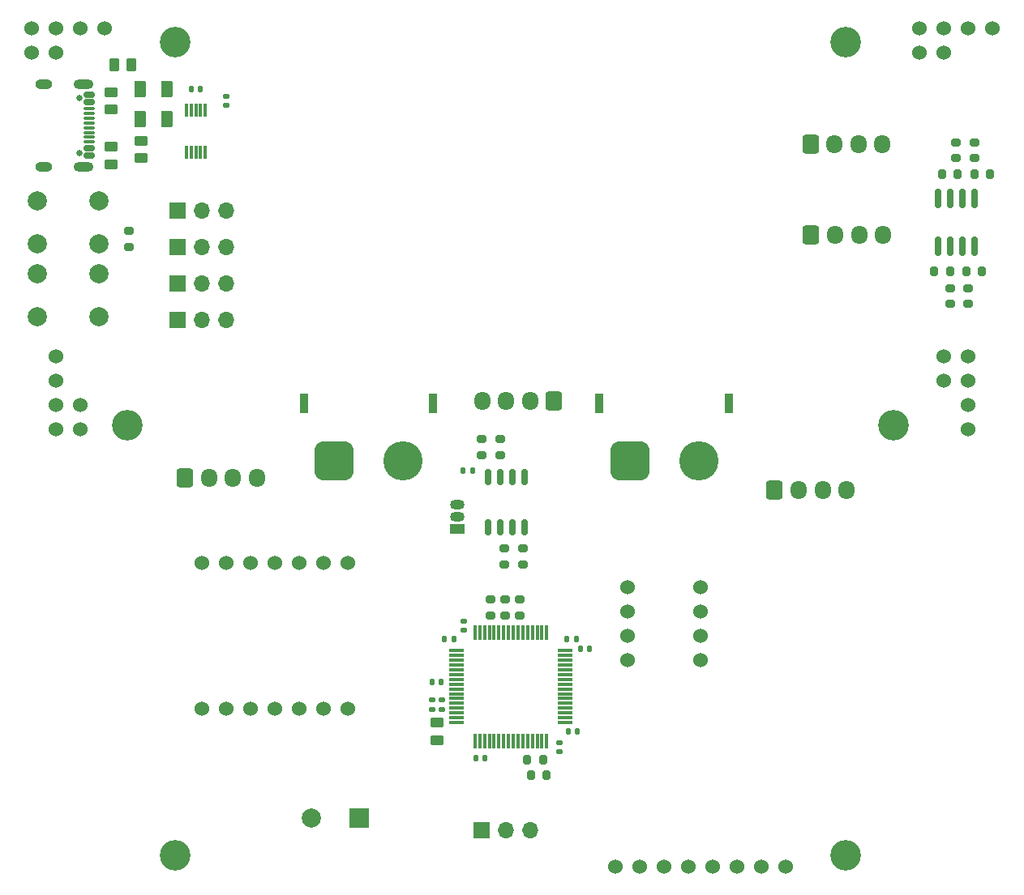
<source format=gbr>
%TF.GenerationSoftware,KiCad,Pcbnew,7.0.9*%
%TF.CreationDate,2024-10-01T14:31:36+09:00*%
%TF.ProjectId,01-main,30312d6d-6169-46e2-9e6b-696361645f70,rev?*%
%TF.SameCoordinates,Original*%
%TF.FileFunction,Soldermask,Top*%
%TF.FilePolarity,Negative*%
%FSLAX46Y46*%
G04 Gerber Fmt 4.6, Leading zero omitted, Abs format (unit mm)*
G04 Created by KiCad (PCBNEW 7.0.9) date 2024-10-01 14:31:36*
%MOMM*%
%LPD*%
G01*
G04 APERTURE LIST*
G04 Aperture macros list*
%AMRoundRect*
0 Rectangle with rounded corners*
0 $1 Rounding radius*
0 $2 $3 $4 $5 $6 $7 $8 $9 X,Y pos of 4 corners*
0 Add a 4 corners polygon primitive as box body*
4,1,4,$2,$3,$4,$5,$6,$7,$8,$9,$2,$3,0*
0 Add four circle primitives for the rounded corners*
1,1,$1+$1,$2,$3*
1,1,$1+$1,$4,$5*
1,1,$1+$1,$6,$7*
1,1,$1+$1,$8,$9*
0 Add four rect primitives between the rounded corners*
20,1,$1+$1,$2,$3,$4,$5,0*
20,1,$1+$1,$4,$5,$6,$7,0*
20,1,$1+$1,$6,$7,$8,$9,0*
20,1,$1+$1,$8,$9,$2,$3,0*%
G04 Aperture macros list end*
%ADD10RoundRect,0.140000X0.170000X-0.140000X0.170000X0.140000X-0.170000X0.140000X-0.170000X-0.140000X0*%
%ADD11RoundRect,0.140000X0.140000X0.170000X-0.140000X0.170000X-0.140000X-0.170000X0.140000X-0.170000X0*%
%ADD12RoundRect,0.200000X0.275000X-0.200000X0.275000X0.200000X-0.275000X0.200000X-0.275000X-0.200000X0*%
%ADD13RoundRect,0.250000X-0.600000X-0.725000X0.600000X-0.725000X0.600000X0.725000X-0.600000X0.725000X0*%
%ADD14O,1.700000X1.950000*%
%ADD15C,1.524000*%
%ADD16RoundRect,0.200000X-0.275000X0.200000X-0.275000X-0.200000X0.275000X-0.200000X0.275000X0.200000X0*%
%ADD17RoundRect,0.140000X-0.170000X0.140000X-0.170000X-0.140000X0.170000X-0.140000X0.170000X0.140000X0*%
%ADD18C,3.200000*%
%ADD19R,0.900000X2.000000*%
%ADD20RoundRect,1.025000X-1.025000X-1.025000X1.025000X-1.025000X1.025000X1.025000X-1.025000X1.025000X0*%
%ADD21C,4.100000*%
%ADD22R,0.300000X1.400000*%
%ADD23RoundRect,0.200000X-0.200000X-0.275000X0.200000X-0.275000X0.200000X0.275000X-0.200000X0.275000X0*%
%ADD24R,1.700000X1.700000*%
%ADD25O,1.700000X1.700000*%
%ADD26RoundRect,0.140000X-0.140000X-0.170000X0.140000X-0.170000X0.140000X0.170000X-0.140000X0.170000X0*%
%ADD27C,2.000000*%
%ADD28RoundRect,0.250000X0.600000X0.725000X-0.600000X0.725000X-0.600000X-0.725000X0.600000X-0.725000X0*%
%ADD29RoundRect,0.075000X-0.700000X-0.075000X0.700000X-0.075000X0.700000X0.075000X-0.700000X0.075000X0*%
%ADD30RoundRect,0.075000X-0.075000X-0.700000X0.075000X-0.700000X0.075000X0.700000X-0.075000X0.700000X0*%
%ADD31RoundRect,0.250000X0.450000X-0.262500X0.450000X0.262500X-0.450000X0.262500X-0.450000X-0.262500X0*%
%ADD32RoundRect,0.150000X0.150000X-0.825000X0.150000X0.825000X-0.150000X0.825000X-0.150000X-0.825000X0*%
%ADD33RoundRect,0.250000X-0.450000X0.262500X-0.450000X-0.262500X0.450000X-0.262500X0.450000X0.262500X0*%
%ADD34RoundRect,0.250000X0.262500X0.450000X-0.262500X0.450000X-0.262500X-0.450000X0.262500X-0.450000X0*%
%ADD35C,0.650000*%
%ADD36RoundRect,0.150000X-0.425000X0.150000X-0.425000X-0.150000X0.425000X-0.150000X0.425000X0.150000X0*%
%ADD37RoundRect,0.075000X-0.500000X0.075000X-0.500000X-0.075000X0.500000X-0.075000X0.500000X0.075000X0*%
%ADD38O,2.100000X1.000000*%
%ADD39O,1.800000X1.000000*%
%ADD40RoundRect,0.250000X-0.375000X-0.625000X0.375000X-0.625000X0.375000X0.625000X-0.375000X0.625000X0*%
%ADD41R,2.000000X2.000000*%
%ADD42RoundRect,0.150000X0.150000X-0.675000X0.150000X0.675000X-0.150000X0.675000X-0.150000X-0.675000X0*%
%ADD43R,1.500000X1.050000*%
%ADD44O,1.500000X1.050000*%
G04 APERTURE END LIST*
D10*
%TO.C,C13*%
X100330000Y-71600000D03*
X100330000Y-70640000D03*
%TD*%
D11*
%TO.C,C12*%
X97635000Y-69850000D03*
X96675000Y-69850000D03*
%TD*%
D12*
%TO.C,R13*%
X127000000Y-108140000D03*
X127000000Y-106490000D03*
%TD*%
D13*
%TO.C,J7*%
X161350000Y-75675000D03*
D14*
X163850000Y-75675000D03*
X166350000Y-75675000D03*
X168850000Y-75675000D03*
%TD*%
D11*
%TO.C,C11*%
X126035000Y-109770000D03*
X125075000Y-109770000D03*
%TD*%
D12*
%TO.C,R3*%
X131270000Y-119570000D03*
X131270000Y-117920000D03*
%TD*%
D15*
%TO.C,U2*%
X82550000Y-97790000D03*
X82550000Y-100330000D03*
X82550000Y-102870000D03*
X82550000Y-105410000D03*
X85090000Y-102870000D03*
X85090000Y-105410000D03*
%TD*%
D16*
%TO.C,R14*%
X128905000Y-106490000D03*
X128905000Y-108140000D03*
%TD*%
%TO.C,R18*%
X130937000Y-123254000D03*
X130937000Y-124904000D03*
%TD*%
D15*
%TO.C,U4*%
X177800000Y-105410000D03*
X177800000Y-102870000D03*
X177800000Y-100330000D03*
X177800000Y-97790000D03*
X175260000Y-100330000D03*
X175260000Y-97790000D03*
%TD*%
%TO.C,U5*%
X180340000Y-63500000D03*
X177800000Y-63500000D03*
X175260000Y-63500000D03*
X172720000Y-63500000D03*
X175260000Y-66040000D03*
X172720000Y-66040000D03*
%TD*%
D17*
%TO.C,C4*%
X125095000Y-125504000D03*
X125095000Y-126464000D03*
%TD*%
D16*
%TO.C,R4*%
X178435000Y-75440000D03*
X178435000Y-77090000D03*
%TD*%
D17*
%TO.C,C9*%
X122809000Y-133731000D03*
X122809000Y-134691000D03*
%TD*%
D18*
%TO.C,REF\u002A\u002A*%
X170000000Y-105000000D03*
%TD*%
%TO.C,REF\u002A\u002A*%
X165000000Y-150000000D03*
%TD*%
D19*
%TO.C,J4*%
X108420000Y-102750000D03*
X121920000Y-102750000D03*
D20*
X111570000Y-108750000D03*
D21*
X118770000Y-108750000D03*
%TD*%
D22*
%TO.C,U8*%
X96155000Y-76495000D03*
X96655000Y-76495000D03*
X97155000Y-76495000D03*
X97655000Y-76495000D03*
X98155000Y-76495000D03*
X98155000Y-72095000D03*
X97655000Y-72095000D03*
X97155000Y-72095000D03*
X96655000Y-72095000D03*
X96155000Y-72095000D03*
%TD*%
D13*
%TO.C,J3*%
X157600000Y-111760000D03*
D14*
X160100000Y-111760000D03*
X162600000Y-111760000D03*
X165100000Y-111760000D03*
%TD*%
D23*
%TO.C,R11*%
X177610000Y-88965000D03*
X179260000Y-88965000D03*
%TD*%
D24*
%TO.C,J9*%
X95250000Y-93980000D03*
D25*
X97790000Y-93980000D03*
X100330000Y-93980000D03*
%TD*%
D26*
%TO.C,C2*%
X136045000Y-137033000D03*
X137005000Y-137033000D03*
%TD*%
D18*
%TO.C,REF\u002A\u002A*%
X165000000Y-65000000D03*
%TD*%
D15*
%TO.C,U7*%
X87630000Y-63500000D03*
X85090000Y-63500000D03*
X82550000Y-63500000D03*
X80010000Y-63500000D03*
X82550000Y-66040000D03*
X80010000Y-66040000D03*
%TD*%
D24*
%TO.C,J13*%
X127015000Y-147320000D03*
D25*
X129555000Y-147320000D03*
X132095000Y-147320000D03*
%TD*%
D27*
%TO.C,SW1*%
X80570000Y-81570000D03*
X87070000Y-81570000D03*
X80570000Y-86070000D03*
X87070000Y-86070000D03*
%TD*%
D28*
%TO.C,J1*%
X134560000Y-102510000D03*
D14*
X132060000Y-102510000D03*
X129560000Y-102510000D03*
X127060000Y-102510000D03*
%TD*%
D18*
%TO.C,REF\u002A\u002A*%
X95000000Y-150000000D03*
%TD*%
D23*
%TO.C,R9*%
X178435000Y-78805000D03*
X180085000Y-78805000D03*
%TD*%
D26*
%TO.C,C1*%
X121821000Y-131826000D03*
X122781000Y-131826000D03*
%TD*%
D12*
%TO.C,R15*%
X129413000Y-124904000D03*
X129413000Y-123254000D03*
%TD*%
D18*
%TO.C,REF\u002A\u002A*%
X95000000Y-65000000D03*
%TD*%
D15*
%TO.C,U1*%
X142240000Y-121920000D03*
X142240000Y-124460000D03*
X142240000Y-127000000D03*
X142240000Y-129540000D03*
X149860000Y-129540000D03*
X149860000Y-127000000D03*
X149860000Y-124460000D03*
X149860000Y-121920000D03*
%TD*%
D26*
%TO.C,C8*%
X126393000Y-139827000D03*
X127353000Y-139827000D03*
%TD*%
D23*
%TO.C,R10*%
X175070000Y-78805000D03*
X176720000Y-78805000D03*
%TD*%
D29*
%TO.C,U3*%
X124373000Y-128584000D03*
X124373000Y-129084000D03*
X124373000Y-129584000D03*
X124373000Y-130084000D03*
X124373000Y-130584000D03*
X124373000Y-131084000D03*
X124373000Y-131584000D03*
X124373000Y-132084000D03*
X124373000Y-132584000D03*
X124373000Y-133084000D03*
X124373000Y-133584000D03*
X124373000Y-134084000D03*
X124373000Y-134584000D03*
X124373000Y-135084000D03*
X124373000Y-135584000D03*
X124373000Y-136084000D03*
D30*
X126298000Y-138009000D03*
X126798000Y-138009000D03*
X127298000Y-138009000D03*
X127798000Y-138009000D03*
X128298000Y-138009000D03*
X128798000Y-138009000D03*
X129298000Y-138009000D03*
X129798000Y-138009000D03*
X130298000Y-138009000D03*
X130798000Y-138009000D03*
X131298000Y-138009000D03*
X131798000Y-138009000D03*
X132298000Y-138009000D03*
X132798000Y-138009000D03*
X133298000Y-138009000D03*
X133798000Y-138009000D03*
D29*
X135723000Y-136084000D03*
X135723000Y-135584000D03*
X135723000Y-135084000D03*
X135723000Y-134584000D03*
X135723000Y-134084000D03*
X135723000Y-133584000D03*
X135723000Y-133084000D03*
X135723000Y-132584000D03*
X135723000Y-132084000D03*
X135723000Y-131584000D03*
X135723000Y-131084000D03*
X135723000Y-130584000D03*
X135723000Y-130084000D03*
X135723000Y-129584000D03*
X135723000Y-129084000D03*
X135723000Y-128584000D03*
D30*
X133798000Y-126659000D03*
X133298000Y-126659000D03*
X132798000Y-126659000D03*
X132298000Y-126659000D03*
X131798000Y-126659000D03*
X131298000Y-126659000D03*
X130798000Y-126659000D03*
X130298000Y-126659000D03*
X129798000Y-126659000D03*
X129298000Y-126659000D03*
X128798000Y-126659000D03*
X128298000Y-126659000D03*
X127798000Y-126659000D03*
X127298000Y-126659000D03*
X126798000Y-126659000D03*
X126298000Y-126659000D03*
%TD*%
D19*
%TO.C,J5*%
X139300000Y-102750000D03*
X152800000Y-102750000D03*
D20*
X142450000Y-108750000D03*
D21*
X149650000Y-108750000D03*
%TD*%
D16*
%TO.C,R8*%
X129365000Y-117920000D03*
X129365000Y-119570000D03*
%TD*%
D26*
%TO.C,C7*%
X137315000Y-128397000D03*
X138275000Y-128397000D03*
%TD*%
D31*
%TO.C,R20*%
X88265000Y-77747500D03*
X88265000Y-75922500D03*
%TD*%
D32*
%TO.C,U14*%
X174625000Y-86295000D03*
X175895000Y-86295000D03*
X177165000Y-86295000D03*
X178435000Y-86295000D03*
X178435000Y-81345000D03*
X177165000Y-81345000D03*
X175895000Y-81345000D03*
X174625000Y-81345000D03*
%TD*%
D33*
%TO.C,R22*%
X88265000Y-70207500D03*
X88265000Y-72032500D03*
%TD*%
D24*
%TO.C,J12*%
X95250000Y-82550000D03*
D25*
X97790000Y-82550000D03*
X100330000Y-82550000D03*
%TD*%
D24*
%TO.C,J10*%
X95250000Y-90170000D03*
D25*
X97790000Y-90170000D03*
X100330000Y-90170000D03*
%TD*%
D16*
%TO.C,R16*%
X127889000Y-123254000D03*
X127889000Y-124904000D03*
%TD*%
D18*
%TO.C,REF\u002A\u002A*%
X90000000Y-105000000D03*
%TD*%
D15*
%TO.C,U6*%
X97790000Y-134620000D03*
X100330000Y-134620000D03*
X102870000Y-134620000D03*
X105410000Y-134620000D03*
X107950000Y-134620000D03*
X110490000Y-134620000D03*
X113030000Y-134620000D03*
X113030000Y-119380000D03*
X110490000Y-119380000D03*
X107950000Y-119380000D03*
X105410000Y-119380000D03*
X102870000Y-119380000D03*
X100330000Y-119380000D03*
X97790000Y-119380000D03*
%TD*%
D31*
%TO.C,FB1*%
X122301000Y-137945500D03*
X122301000Y-136120500D03*
%TD*%
D17*
%TO.C,C10*%
X121793000Y-133759000D03*
X121793000Y-134719000D03*
%TD*%
D12*
%TO.C,R1*%
X90170000Y-86360000D03*
X90170000Y-84710000D03*
%TD*%
D15*
%TO.C,U13*%
X140970000Y-151130000D03*
X143510000Y-151130000D03*
X146050000Y-151130000D03*
X148590000Y-151130000D03*
X151130000Y-151130000D03*
X153670000Y-151130000D03*
X156210000Y-151130000D03*
X158750000Y-151130000D03*
%TD*%
D13*
%TO.C,J8*%
X161410000Y-85090000D03*
D14*
X163910000Y-85090000D03*
X166410000Y-85090000D03*
X168910000Y-85090000D03*
%TD*%
D12*
%TO.C,R5*%
X176530000Y-77090000D03*
X176530000Y-75440000D03*
%TD*%
D23*
%TO.C,R2*%
X131763000Y-139954000D03*
X133413000Y-139954000D03*
%TD*%
D34*
%TO.C,R19*%
X90447500Y-67310000D03*
X88622500Y-67310000D03*
%TD*%
D35*
%TO.C,J22*%
X84960000Y-70770000D03*
X84960000Y-76550000D03*
D36*
X86035000Y-70460000D03*
X86035000Y-71260000D03*
D37*
X86035000Y-72410000D03*
X86035000Y-73410000D03*
X86035000Y-73910000D03*
X86035000Y-74910000D03*
D36*
X86035000Y-76060000D03*
X86035000Y-76860000D03*
X86035000Y-76860000D03*
X86035000Y-76060000D03*
D37*
X86035000Y-75410000D03*
X86035000Y-74410000D03*
X86035000Y-72910000D03*
X86035000Y-71910000D03*
D36*
X86035000Y-71260000D03*
X86035000Y-70460000D03*
D38*
X85460000Y-69340000D03*
D39*
X81280000Y-69340000D03*
D38*
X85460000Y-77980000D03*
D39*
X81280000Y-77980000D03*
%TD*%
D26*
%TO.C,C3*%
X123119000Y-127381000D03*
X124079000Y-127381000D03*
%TD*%
D24*
%TO.C,J11*%
X95250000Y-86360000D03*
D25*
X97790000Y-86360000D03*
X100330000Y-86360000D03*
%TD*%
D40*
%TO.C,D1*%
X91310000Y-69850000D03*
X94110000Y-69850000D03*
%TD*%
D10*
%TO.C,C6*%
X135128000Y-139164000D03*
X135128000Y-138204000D03*
%TD*%
D41*
%TO.C,BZ1*%
X114220000Y-146050000D03*
D27*
X109220000Y-146050000D03*
%TD*%
D23*
%TO.C,R12*%
X174245000Y-88965000D03*
X175895000Y-88965000D03*
%TD*%
D42*
%TO.C,U12*%
X127635000Y-115655000D03*
X128905000Y-115655000D03*
X130175000Y-115655000D03*
X131445000Y-115655000D03*
X131445000Y-110405000D03*
X130175000Y-110405000D03*
X128905000Y-110405000D03*
X127635000Y-110405000D03*
%TD*%
D33*
%TO.C,R21*%
X91440000Y-75287500D03*
X91440000Y-77112500D03*
%TD*%
D11*
%TO.C,C5*%
X136878000Y-127381000D03*
X135918000Y-127381000D03*
%TD*%
D43*
%TO.C,Q1*%
X124460000Y-115824000D03*
D44*
X124460000Y-114554000D03*
X124460000Y-113284000D03*
%TD*%
D16*
%TO.C,R7*%
X175895000Y-90680000D03*
X175895000Y-92330000D03*
%TD*%
D23*
%TO.C,R17*%
X132144000Y-141605000D03*
X133794000Y-141605000D03*
%TD*%
D12*
%TO.C,R6*%
X177800000Y-92330000D03*
X177800000Y-90680000D03*
%TD*%
D13*
%TO.C,J2*%
X96005000Y-110490000D03*
D14*
X98505000Y-110490000D03*
X101005000Y-110490000D03*
X103505000Y-110490000D03*
%TD*%
D27*
%TO.C,SW2*%
X80570000Y-89190000D03*
X87070000Y-89190000D03*
X80570000Y-93690000D03*
X87070000Y-93690000D03*
%TD*%
D40*
%TO.C,D2*%
X91310000Y-73025000D03*
X94110000Y-73025000D03*
%TD*%
M02*

</source>
